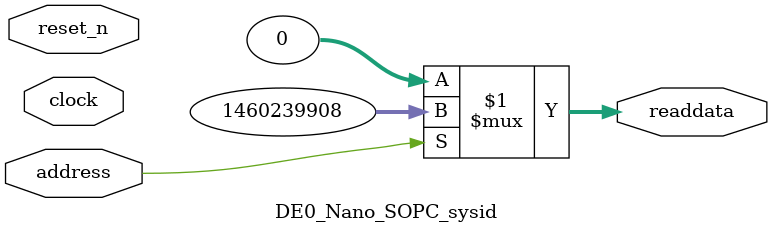
<source format=v>



// synthesis translate_off
`timescale 1ns / 1ps
// synthesis translate_on

// turn off superfluous verilog processor warnings 
// altera message_level Level1 
// altera message_off 10034 10035 10036 10037 10230 10240 10030 

module DE0_Nano_SOPC_sysid (
               // inputs:
                address,
                clock,
                reset_n,

               // outputs:
                readdata
             )
;

  output  [ 31: 0] readdata;
  input            address;
  input            clock;
  input            reset_n;

  wire    [ 31: 0] readdata;
  //control_slave, which is an e_avalon_slave
  assign readdata = address ? 1460239908 : 0;

endmodule




</source>
